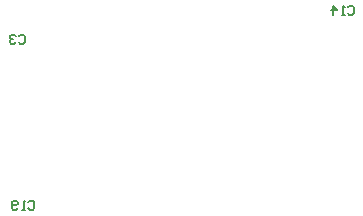
<source format=gbo>
G04 Layer_Color=32896*
%FSLAX25Y25*%
%MOIN*%
G70*
G01*
G75*
%ADD53C,0.00600*%
D53*
X105601Y149499D02*
X106100Y149999D01*
X107100D01*
X107600Y149499D01*
Y147500D01*
X107100Y147000D01*
X106100D01*
X105601Y147500D01*
X104601Y147000D02*
X103601D01*
X104101D01*
Y149999D01*
X104601Y149499D01*
X102102Y147500D02*
X101602Y147000D01*
X100602D01*
X100102Y147500D01*
Y149499D01*
X100602Y149999D01*
X101602D01*
X102102Y149499D01*
Y148999D01*
X101602Y148500D01*
X100102D01*
X212101Y214599D02*
X212600Y215099D01*
X213600D01*
X214100Y214599D01*
Y212600D01*
X213600Y212100D01*
X212600D01*
X212101Y212600D01*
X211101Y212100D02*
X210101D01*
X210601D01*
Y215099D01*
X211101Y214599D01*
X207102Y212100D02*
Y215099D01*
X208602Y213599D01*
X206602D01*
X102301Y204899D02*
X102801Y205399D01*
X103800D01*
X104300Y204899D01*
Y202900D01*
X103800Y202400D01*
X102801D01*
X102301Y202900D01*
X101301Y204899D02*
X100801Y205399D01*
X99801D01*
X99302Y204899D01*
Y204399D01*
X99801Y203900D01*
X100301D01*
X99801D01*
X99302Y203400D01*
Y202900D01*
X99801Y202400D01*
X100801D01*
X101301Y202900D01*
M02*

</source>
